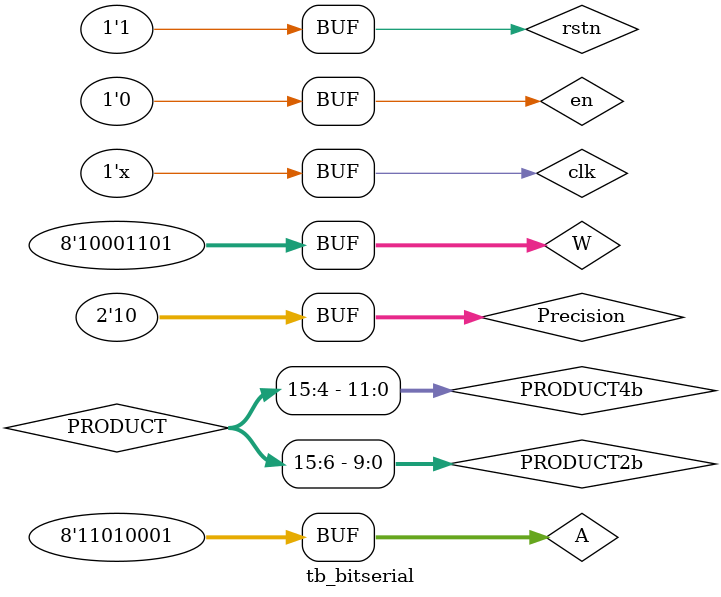
<source format=v>
module tb_bitserial();
    reg [7:0] A, W;
    reg clk, rstn, en;
    reg [1:0] Precision;
    wire [2:0] count;
    wire [15:0] PRODUCT;
    wire [19:0] ACCUM;
    wire [15:4] PRODUCT4b = PRODUCT[15:4];
    wire [19:4] ACC4b = ACCUM[19:4];
    wire [15:6] PRODUCT2b = PRODUCT[15:6];
    wire [19:6] ACC2b = ACCUM[19:6];

    MAC_Unit MAC (A, W, clk, rstn, en, Precision, count, PRODUCT, ACCUM);

    initial begin
        #0  clk = 0; rstn = 0; en = 0; Precision = 2'b00; A = 0; W = 0;
        #10 rstn = 1;
        #5  A = 8'b01100111; W = 8'b00001010;
        #5  en = 1;
        #75 A = 8'b00111111; W = 8'b11100001;
        #80 A = 8'b10110100; W = 8'b01000000;
        #80 A = 8'b10101001; W = 8'b10110101;        
        #80 A = 8'b10000000; W = 8'b10000000;

        #95 en = 0; rstn = 0; Precision = 2'b01; A = 0; W = 0;
        #10 rstn = 1; A = 8'b01111011; W = 8'b0100_1000;
        #10  en = 1;
        #75 A = 8'b10011000; W = 8'b01111011;
        
        #95 en = 0; rstn = 0; Precision = 2'b10; A = 0; W = 0;
        #10 rstn = 1; A = 8'b01011100; W = 8'b01_00_11_10;
        #10 en = 1;
        #75 A = 8'b11010001; W = 8'b10_00_11_01;
        #95 en = 0;
        
    end

    always #5 clk = ~clk;

endmodule
</source>
